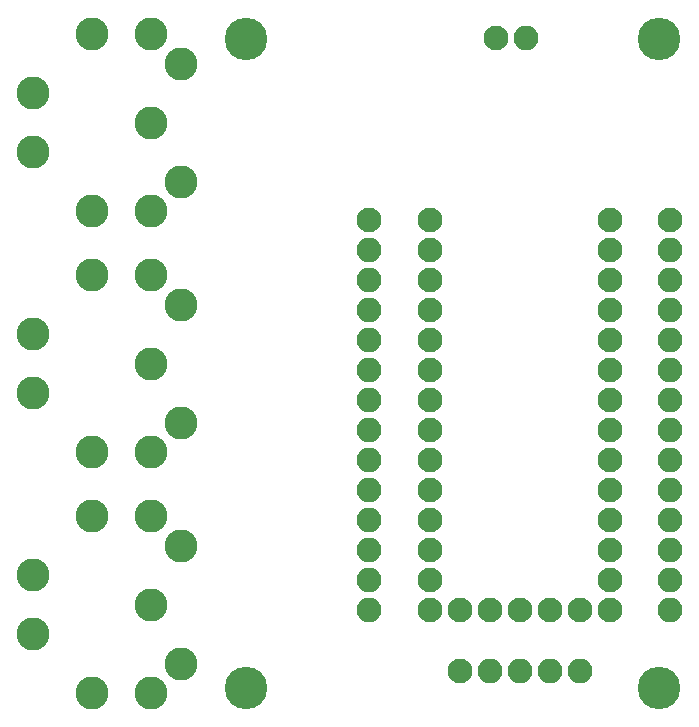
<source format=gbs>
G04 #@! TF.FileFunction,Soldermask,Bot*
%FSLAX46Y46*%
G04 Gerber Fmt 4.6, Leading zero omitted, Abs format (unit mm)*
G04 Created by KiCad (PCBNEW 4.0.4-stable) date Thursday, April 12, 2018 'PMt' 12:11:18 PM*
%MOMM*%
%LPD*%
G01*
G04 APERTURE LIST*
%ADD10C,0.100000*%
%ADD11C,3.600000*%
%ADD12C,2.100000*%
%ADD13O,2.100000X2.100000*%
%ADD14C,2.800000*%
G04 APERTURE END LIST*
D10*
D11*
X105800000Y-53000000D03*
X105800000Y-108000000D03*
X70800000Y-108000000D03*
X70800000Y-53000000D03*
D12*
X81260000Y-68380000D03*
D13*
X81260000Y-70920000D03*
X81260000Y-73460000D03*
X81260000Y-76000000D03*
X81260000Y-78540000D03*
X81260000Y-81080000D03*
X81260000Y-83620000D03*
X81260000Y-86160000D03*
X81260000Y-88700000D03*
X81260000Y-91240000D03*
X81260000Y-93780000D03*
X81260000Y-96320000D03*
X81260000Y-98860000D03*
X81260000Y-101400000D03*
D12*
X88900000Y-106500000D03*
D13*
X91440000Y-106500000D03*
X93980000Y-106500000D03*
X96520000Y-106500000D03*
X99060000Y-106500000D03*
D12*
X106700000Y-68380000D03*
D13*
X106700000Y-70920000D03*
X106700000Y-73460000D03*
X106700000Y-76000000D03*
X106700000Y-78540000D03*
X106700000Y-81080000D03*
X106700000Y-83620000D03*
X106700000Y-86160000D03*
X106700000Y-88700000D03*
X106700000Y-91240000D03*
X106700000Y-93780000D03*
X106700000Y-96320000D03*
X106700000Y-98860000D03*
X106700000Y-101400000D03*
D12*
X101600000Y-101400000D03*
X101600000Y-98860000D03*
X101600000Y-96320000D03*
X101600000Y-93780000D03*
X101600000Y-91240000D03*
X101600000Y-88700000D03*
X101600000Y-86160000D03*
X101600000Y-83620000D03*
X101600000Y-81080000D03*
X101600000Y-78540000D03*
X101600000Y-76000000D03*
X101600000Y-73460000D03*
X101600000Y-70920000D03*
X101600000Y-68380000D03*
X86360000Y-68380000D03*
X86360000Y-70920000D03*
X86360000Y-73460000D03*
X86360000Y-76000000D03*
X86360000Y-78540000D03*
X86360000Y-81080000D03*
X86360000Y-83620000D03*
X86360000Y-86160000D03*
X86360000Y-88700000D03*
X86360000Y-91240000D03*
X86360000Y-93780000D03*
X86360000Y-96320000D03*
X86360000Y-98860000D03*
X86360000Y-101400000D03*
X88900000Y-101400000D03*
X91440000Y-101400000D03*
X93980000Y-101400000D03*
X96520000Y-101400000D03*
X99060000Y-101400000D03*
X92000000Y-52900000D03*
D13*
X94540000Y-52900000D03*
D14*
X57800000Y-52600000D03*
X57800000Y-67600000D03*
X62800000Y-52600000D03*
X62800000Y-60100000D03*
X62800000Y-67600000D03*
X65300000Y-55100000D03*
X65300000Y-65100000D03*
X52800000Y-57600000D03*
X52800000Y-62600000D03*
X57800000Y-73000000D03*
X57800000Y-88000000D03*
X62800000Y-73000000D03*
X62800000Y-80500000D03*
X62800000Y-88000000D03*
X65300000Y-75500000D03*
X65300000Y-85500000D03*
X52800000Y-78000000D03*
X52800000Y-83000000D03*
X57800000Y-93400000D03*
X57800000Y-108400000D03*
X62800000Y-93400000D03*
X62800000Y-100900000D03*
X62800000Y-108400000D03*
X65300000Y-95900000D03*
X65300000Y-105900000D03*
X52800000Y-98400000D03*
X52800000Y-103400000D03*
M02*

</source>
